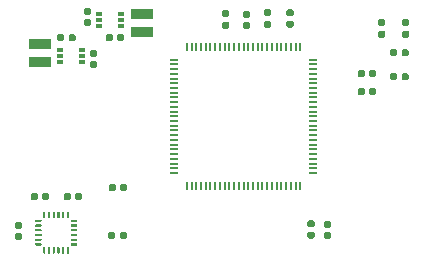
<source format=gtp>
G04 #@! TF.GenerationSoftware,KiCad,Pcbnew,(5.1.6)-1*
G04 #@! TF.CreationDate,2021-11-23T16:38:20-08:00*
G04 #@! TF.ProjectId,scum3c-devboard,7363756d-3363-42d6-9465-76626f617264,rev?*
G04 #@! TF.SameCoordinates,Original*
G04 #@! TF.FileFunction,Paste,Top*
G04 #@! TF.FilePolarity,Positive*
%FSLAX46Y46*%
G04 Gerber Fmt 4.6, Leading zero omitted, Abs format (unit mm)*
G04 Created by KiCad (PCBNEW (5.1.6)-1) date 2021-11-23 16:38:20*
%MOMM*%
%LPD*%
G01*
G04 APERTURE LIST*
%ADD10R,1.900000X0.850000*%
%ADD11R,0.500000X0.300000*%
%ADD12O,0.200000X0.800000*%
%ADD13O,0.800000X0.200000*%
G04 APERTURE END LIST*
G04 #@! TO.C,C_1.8_OUT1*
G36*
G01*
X81321000Y-61803500D02*
X81321000Y-62148500D01*
G75*
G02*
X81173500Y-62296000I-147500J0D01*
G01*
X80878500Y-62296000D01*
G75*
G02*
X80731000Y-62148500I0J147500D01*
G01*
X80731000Y-61803500D01*
G75*
G02*
X80878500Y-61656000I147500J0D01*
G01*
X81173500Y-61656000D01*
G75*
G02*
X81321000Y-61803500I0J-147500D01*
G01*
G37*
G36*
G01*
X82291000Y-61803500D02*
X82291000Y-62148500D01*
G75*
G02*
X82143500Y-62296000I-147500J0D01*
G01*
X81848500Y-62296000D01*
G75*
G02*
X81701000Y-62148500I0J147500D01*
G01*
X81701000Y-61803500D01*
G75*
G02*
X81848500Y-61656000I147500J0D01*
G01*
X82143500Y-61656000D01*
G75*
G02*
X82291000Y-61803500I0J-147500D01*
G01*
G37*
G04 #@! TD*
D10*
G04 #@! TO.C,L2*
X87884000Y-60018000D03*
X87884000Y-61468000D03*
G04 #@! TD*
G04 #@! TO.C,L1*
X79248000Y-64008000D03*
X79248000Y-62558000D03*
G04 #@! TD*
G04 #@! TO.C,C_1.1_OUT1*
G36*
G01*
X85811000Y-62148500D02*
X85811000Y-61803500D01*
G75*
G02*
X85958500Y-61656000I147500J0D01*
G01*
X86253500Y-61656000D01*
G75*
G02*
X86401000Y-61803500I0J-147500D01*
G01*
X86401000Y-62148500D01*
G75*
G02*
X86253500Y-62296000I-147500J0D01*
G01*
X85958500Y-62296000D01*
G75*
G02*
X85811000Y-62148500I0J147500D01*
G01*
G37*
G36*
G01*
X84841000Y-62148500D02*
X84841000Y-61803500D01*
G75*
G02*
X84988500Y-61656000I147500J0D01*
G01*
X85283500Y-61656000D01*
G75*
G02*
X85431000Y-61803500I0J-147500D01*
G01*
X85431000Y-62148500D01*
G75*
G02*
X85283500Y-62296000I-147500J0D01*
G01*
X84988500Y-62296000D01*
G75*
G02*
X84841000Y-62148500I0J147500D01*
G01*
G37*
G04 #@! TD*
G04 #@! TO.C,R4*
G36*
G01*
X96601500Y-60665000D02*
X96946500Y-60665000D01*
G75*
G02*
X97094000Y-60812500I0J-147500D01*
G01*
X97094000Y-61107500D01*
G75*
G02*
X96946500Y-61255000I-147500J0D01*
G01*
X96601500Y-61255000D01*
G75*
G02*
X96454000Y-61107500I0J147500D01*
G01*
X96454000Y-60812500D01*
G75*
G02*
X96601500Y-60665000I147500J0D01*
G01*
G37*
G36*
G01*
X96601500Y-59695000D02*
X96946500Y-59695000D01*
G75*
G02*
X97094000Y-59842500I0J-147500D01*
G01*
X97094000Y-60137500D01*
G75*
G02*
X96946500Y-60285000I-147500J0D01*
G01*
X96601500Y-60285000D01*
G75*
G02*
X96454000Y-60137500I0J147500D01*
G01*
X96454000Y-59842500D01*
G75*
G02*
X96601500Y-59695000I147500J0D01*
G01*
G37*
G04 #@! TD*
D11*
G04 #@! TO.C,U3*
X84306000Y-60960000D03*
X84306000Y-60460000D03*
X84306000Y-59960000D03*
X86106000Y-59960000D03*
X86106000Y-60460000D03*
X86106000Y-60960000D03*
G04 #@! TD*
G04 #@! TO.C,U2*
X82804000Y-63008000D03*
X82804000Y-63508000D03*
X82804000Y-64008000D03*
X81004000Y-64008000D03*
X81004000Y-63508000D03*
X81004000Y-63008000D03*
G04 #@! TD*
G04 #@! TO.C,R3*
G36*
G01*
X109895000Y-65450500D02*
X109895000Y-65105500D01*
G75*
G02*
X110042500Y-64958000I147500J0D01*
G01*
X110337500Y-64958000D01*
G75*
G02*
X110485000Y-65105500I0J-147500D01*
G01*
X110485000Y-65450500D01*
G75*
G02*
X110337500Y-65598000I-147500J0D01*
G01*
X110042500Y-65598000D01*
G75*
G02*
X109895000Y-65450500I0J147500D01*
G01*
G37*
G36*
G01*
X108925000Y-65450500D02*
X108925000Y-65105500D01*
G75*
G02*
X109072500Y-64958000I147500J0D01*
G01*
X109367500Y-64958000D01*
G75*
G02*
X109515000Y-65105500I0J-147500D01*
G01*
X109515000Y-65450500D01*
G75*
G02*
X109367500Y-65598000I-147500J0D01*
G01*
X109072500Y-65598000D01*
G75*
G02*
X108925000Y-65450500I0J147500D01*
G01*
G37*
G04 #@! TD*
G04 #@! TO.C,R2*
G36*
G01*
X109515000Y-63073500D02*
X109515000Y-63418500D01*
G75*
G02*
X109367500Y-63566000I-147500J0D01*
G01*
X109072500Y-63566000D01*
G75*
G02*
X108925000Y-63418500I0J147500D01*
G01*
X108925000Y-63073500D01*
G75*
G02*
X109072500Y-62926000I147500J0D01*
G01*
X109367500Y-62926000D01*
G75*
G02*
X109515000Y-63073500I0J-147500D01*
G01*
G37*
G36*
G01*
X110485000Y-63073500D02*
X110485000Y-63418500D01*
G75*
G02*
X110337500Y-63566000I-147500J0D01*
G01*
X110042500Y-63566000D01*
G75*
G02*
X109895000Y-63418500I0J147500D01*
G01*
X109895000Y-63073500D01*
G75*
G02*
X110042500Y-62926000I147500J0D01*
G01*
X110337500Y-62926000D01*
G75*
G02*
X110485000Y-63073500I0J-147500D01*
G01*
G37*
G04 #@! TD*
G04 #@! TO.C,C_1.1_IN1*
G36*
G01*
X83484500Y-60031000D02*
X83139500Y-60031000D01*
G75*
G02*
X82992000Y-59883500I0J147500D01*
G01*
X82992000Y-59588500D01*
G75*
G02*
X83139500Y-59441000I147500J0D01*
G01*
X83484500Y-59441000D01*
G75*
G02*
X83632000Y-59588500I0J-147500D01*
G01*
X83632000Y-59883500D01*
G75*
G02*
X83484500Y-60031000I-147500J0D01*
G01*
G37*
G36*
G01*
X83484500Y-61001000D02*
X83139500Y-61001000D01*
G75*
G02*
X82992000Y-60853500I0J147500D01*
G01*
X82992000Y-60558500D01*
G75*
G02*
X83139500Y-60411000I147500J0D01*
G01*
X83484500Y-60411000D01*
G75*
G02*
X83632000Y-60558500I0J-147500D01*
G01*
X83632000Y-60853500D01*
G75*
G02*
X83484500Y-61001000I-147500J0D01*
G01*
G37*
G04 #@! TD*
G04 #@! TO.C,C_1.8_IN1*
G36*
G01*
X83647500Y-63967000D02*
X83992500Y-63967000D01*
G75*
G02*
X84140000Y-64114500I0J-147500D01*
G01*
X84140000Y-64409500D01*
G75*
G02*
X83992500Y-64557000I-147500J0D01*
G01*
X83647500Y-64557000D01*
G75*
G02*
X83500000Y-64409500I0J147500D01*
G01*
X83500000Y-64114500D01*
G75*
G02*
X83647500Y-63967000I147500J0D01*
G01*
G37*
G36*
G01*
X83647500Y-62997000D02*
X83992500Y-62997000D01*
G75*
G02*
X84140000Y-63144500I0J-147500D01*
G01*
X84140000Y-63439500D01*
G75*
G02*
X83992500Y-63587000I-147500J0D01*
G01*
X83647500Y-63587000D01*
G75*
G02*
X83500000Y-63439500I0J147500D01*
G01*
X83500000Y-63144500D01*
G75*
G02*
X83647500Y-62997000I147500J0D01*
G01*
G37*
G04 #@! TD*
G04 #@! TO.C,R1*
G36*
G01*
X107147000Y-65196500D02*
X107147000Y-64851500D01*
G75*
G02*
X107294500Y-64704000I147500J0D01*
G01*
X107589500Y-64704000D01*
G75*
G02*
X107737000Y-64851500I0J-147500D01*
G01*
X107737000Y-65196500D01*
G75*
G02*
X107589500Y-65344000I-147500J0D01*
G01*
X107294500Y-65344000D01*
G75*
G02*
X107147000Y-65196500I0J147500D01*
G01*
G37*
G36*
G01*
X106177000Y-65196500D02*
X106177000Y-64851500D01*
G75*
G02*
X106324500Y-64704000I147500J0D01*
G01*
X106619500Y-64704000D01*
G75*
G02*
X106767000Y-64851500I0J-147500D01*
G01*
X106767000Y-65196500D01*
G75*
G02*
X106619500Y-65344000I-147500J0D01*
G01*
X106324500Y-65344000D01*
G75*
G02*
X106177000Y-65196500I0J147500D01*
G01*
G37*
G04 #@! TD*
G04 #@! TO.C,C13*
G36*
G01*
X100629500Y-60158000D02*
X100284500Y-60158000D01*
G75*
G02*
X100137000Y-60010500I0J147500D01*
G01*
X100137000Y-59715500D01*
G75*
G02*
X100284500Y-59568000I147500J0D01*
G01*
X100629500Y-59568000D01*
G75*
G02*
X100777000Y-59715500I0J-147500D01*
G01*
X100777000Y-60010500D01*
G75*
G02*
X100629500Y-60158000I-147500J0D01*
G01*
G37*
G36*
G01*
X100629500Y-61128000D02*
X100284500Y-61128000D01*
G75*
G02*
X100137000Y-60980500I0J147500D01*
G01*
X100137000Y-60685500D01*
G75*
G02*
X100284500Y-60538000I147500J0D01*
G01*
X100629500Y-60538000D01*
G75*
G02*
X100777000Y-60685500I0J-147500D01*
G01*
X100777000Y-60980500D01*
G75*
G02*
X100629500Y-61128000I-147500J0D01*
G01*
G37*
G04 #@! TD*
G04 #@! TO.C,C12*
G36*
G01*
X98724500Y-60158000D02*
X98379500Y-60158000D01*
G75*
G02*
X98232000Y-60010500I0J147500D01*
G01*
X98232000Y-59715500D01*
G75*
G02*
X98379500Y-59568000I147500J0D01*
G01*
X98724500Y-59568000D01*
G75*
G02*
X98872000Y-59715500I0J-147500D01*
G01*
X98872000Y-60010500D01*
G75*
G02*
X98724500Y-60158000I-147500J0D01*
G01*
G37*
G36*
G01*
X98724500Y-61128000D02*
X98379500Y-61128000D01*
G75*
G02*
X98232000Y-60980500I0J147500D01*
G01*
X98232000Y-60685500D01*
G75*
G02*
X98379500Y-60538000I147500J0D01*
G01*
X98724500Y-60538000D01*
G75*
G02*
X98872000Y-60685500I0J-147500D01*
G01*
X98872000Y-60980500D01*
G75*
G02*
X98724500Y-61128000I-147500J0D01*
G01*
G37*
G04 #@! TD*
G04 #@! TO.C,C11*
G36*
G01*
X106767000Y-66375500D02*
X106767000Y-66720500D01*
G75*
G02*
X106619500Y-66868000I-147500J0D01*
G01*
X106324500Y-66868000D01*
G75*
G02*
X106177000Y-66720500I0J147500D01*
G01*
X106177000Y-66375500D01*
G75*
G02*
X106324500Y-66228000I147500J0D01*
G01*
X106619500Y-66228000D01*
G75*
G02*
X106767000Y-66375500I0J-147500D01*
G01*
G37*
G36*
G01*
X107737000Y-66375500D02*
X107737000Y-66720500D01*
G75*
G02*
X107589500Y-66868000I-147500J0D01*
G01*
X107294500Y-66868000D01*
G75*
G02*
X107147000Y-66720500I0J147500D01*
G01*
X107147000Y-66375500D01*
G75*
G02*
X107294500Y-66228000I147500J0D01*
G01*
X107589500Y-66228000D01*
G75*
G02*
X107737000Y-66375500I0J-147500D01*
G01*
G37*
G04 #@! TD*
G04 #@! TO.C,C10*
G36*
G01*
X95168500Y-60239000D02*
X94823500Y-60239000D01*
G75*
G02*
X94676000Y-60091500I0J147500D01*
G01*
X94676000Y-59796500D01*
G75*
G02*
X94823500Y-59649000I147500J0D01*
G01*
X95168500Y-59649000D01*
G75*
G02*
X95316000Y-59796500I0J-147500D01*
G01*
X95316000Y-60091500D01*
G75*
G02*
X95168500Y-60239000I-147500J0D01*
G01*
G37*
G36*
G01*
X95168500Y-61209000D02*
X94823500Y-61209000D01*
G75*
G02*
X94676000Y-61061500I0J147500D01*
G01*
X94676000Y-60766500D01*
G75*
G02*
X94823500Y-60619000I147500J0D01*
G01*
X95168500Y-60619000D01*
G75*
G02*
X95316000Y-60766500I0J-147500D01*
G01*
X95316000Y-61061500D01*
G75*
G02*
X95168500Y-61209000I-147500J0D01*
G01*
G37*
G04 #@! TD*
G04 #@! TO.C,C9*
G36*
G01*
X103459500Y-78445000D02*
X103804500Y-78445000D01*
G75*
G02*
X103952000Y-78592500I0J-147500D01*
G01*
X103952000Y-78887500D01*
G75*
G02*
X103804500Y-79035000I-147500J0D01*
G01*
X103459500Y-79035000D01*
G75*
G02*
X103312000Y-78887500I0J147500D01*
G01*
X103312000Y-78592500D01*
G75*
G02*
X103459500Y-78445000I147500J0D01*
G01*
G37*
G36*
G01*
X103459500Y-77475000D02*
X103804500Y-77475000D01*
G75*
G02*
X103952000Y-77622500I0J-147500D01*
G01*
X103952000Y-77917500D01*
G75*
G02*
X103804500Y-78065000I-147500J0D01*
G01*
X103459500Y-78065000D01*
G75*
G02*
X103312000Y-77917500I0J147500D01*
G01*
X103312000Y-77622500D01*
G75*
G02*
X103459500Y-77475000I147500J0D01*
G01*
G37*
G04 #@! TD*
G04 #@! TO.C,C8*
G36*
G01*
X102062500Y-78399000D02*
X102407500Y-78399000D01*
G75*
G02*
X102555000Y-78546500I0J-147500D01*
G01*
X102555000Y-78841500D01*
G75*
G02*
X102407500Y-78989000I-147500J0D01*
G01*
X102062500Y-78989000D01*
G75*
G02*
X101915000Y-78841500I0J147500D01*
G01*
X101915000Y-78546500D01*
G75*
G02*
X102062500Y-78399000I147500J0D01*
G01*
G37*
G36*
G01*
X102062500Y-77429000D02*
X102407500Y-77429000D01*
G75*
G02*
X102555000Y-77576500I0J-147500D01*
G01*
X102555000Y-77871500D01*
G75*
G02*
X102407500Y-78019000I-147500J0D01*
G01*
X102062500Y-78019000D01*
G75*
G02*
X101915000Y-77871500I0J147500D01*
G01*
X101915000Y-77576500D01*
G75*
G02*
X102062500Y-77429000I147500J0D01*
G01*
G37*
G04 #@! TD*
G04 #@! TO.C,C7*
G36*
G01*
X108031500Y-61381000D02*
X108376500Y-61381000D01*
G75*
G02*
X108524000Y-61528500I0J-147500D01*
G01*
X108524000Y-61823500D01*
G75*
G02*
X108376500Y-61971000I-147500J0D01*
G01*
X108031500Y-61971000D01*
G75*
G02*
X107884000Y-61823500I0J147500D01*
G01*
X107884000Y-61528500D01*
G75*
G02*
X108031500Y-61381000I147500J0D01*
G01*
G37*
G36*
G01*
X108031500Y-60411000D02*
X108376500Y-60411000D01*
G75*
G02*
X108524000Y-60558500I0J-147500D01*
G01*
X108524000Y-60853500D01*
G75*
G02*
X108376500Y-61001000I-147500J0D01*
G01*
X108031500Y-61001000D01*
G75*
G02*
X107884000Y-60853500I0J147500D01*
G01*
X107884000Y-60558500D01*
G75*
G02*
X108031500Y-60411000I147500J0D01*
G01*
G37*
G04 #@! TD*
G04 #@! TO.C,C6*
G36*
G01*
X110063500Y-61381000D02*
X110408500Y-61381000D01*
G75*
G02*
X110556000Y-61528500I0J-147500D01*
G01*
X110556000Y-61823500D01*
G75*
G02*
X110408500Y-61971000I-147500J0D01*
G01*
X110063500Y-61971000D01*
G75*
G02*
X109916000Y-61823500I0J147500D01*
G01*
X109916000Y-61528500D01*
G75*
G02*
X110063500Y-61381000I147500J0D01*
G01*
G37*
G36*
G01*
X110063500Y-60411000D02*
X110408500Y-60411000D01*
G75*
G02*
X110556000Y-60558500I0J-147500D01*
G01*
X110556000Y-60853500D01*
G75*
G02*
X110408500Y-61001000I-147500J0D01*
G01*
X110063500Y-61001000D01*
G75*
G02*
X109916000Y-60853500I0J147500D01*
G01*
X109916000Y-60558500D01*
G75*
G02*
X110063500Y-60411000I147500J0D01*
G01*
G37*
G04 #@! TD*
G04 #@! TO.C,C5*
G36*
G01*
X85685000Y-74503500D02*
X85685000Y-74848500D01*
G75*
G02*
X85537500Y-74996000I-147500J0D01*
G01*
X85242500Y-74996000D01*
G75*
G02*
X85095000Y-74848500I0J147500D01*
G01*
X85095000Y-74503500D01*
G75*
G02*
X85242500Y-74356000I147500J0D01*
G01*
X85537500Y-74356000D01*
G75*
G02*
X85685000Y-74503500I0J-147500D01*
G01*
G37*
G36*
G01*
X86655000Y-74503500D02*
X86655000Y-74848500D01*
G75*
G02*
X86507500Y-74996000I-147500J0D01*
G01*
X86212500Y-74996000D01*
G75*
G02*
X86065000Y-74848500I0J147500D01*
G01*
X86065000Y-74503500D01*
G75*
G02*
X86212500Y-74356000I147500J0D01*
G01*
X86507500Y-74356000D01*
G75*
G02*
X86655000Y-74503500I0J-147500D01*
G01*
G37*
G04 #@! TD*
G04 #@! TO.C,C4*
G36*
G01*
X85662000Y-78567500D02*
X85662000Y-78912500D01*
G75*
G02*
X85514500Y-79060000I-147500J0D01*
G01*
X85219500Y-79060000D01*
G75*
G02*
X85072000Y-78912500I0J147500D01*
G01*
X85072000Y-78567500D01*
G75*
G02*
X85219500Y-78420000I147500J0D01*
G01*
X85514500Y-78420000D01*
G75*
G02*
X85662000Y-78567500I0J-147500D01*
G01*
G37*
G36*
G01*
X86632000Y-78567500D02*
X86632000Y-78912500D01*
G75*
G02*
X86484500Y-79060000I-147500J0D01*
G01*
X86189500Y-79060000D01*
G75*
G02*
X86042000Y-78912500I0J147500D01*
G01*
X86042000Y-78567500D01*
G75*
G02*
X86189500Y-78420000I147500J0D01*
G01*
X86484500Y-78420000D01*
G75*
G02*
X86632000Y-78567500I0J-147500D01*
G01*
G37*
G04 #@! TD*
D12*
G04 #@! TO.C,U1*
X91720000Y-62738000D03*
X92120000Y-62738000D03*
X92520000Y-62738000D03*
X92920000Y-62738000D03*
X93320000Y-62738000D03*
X93720000Y-62738000D03*
X94120000Y-62738000D03*
X94520000Y-62738000D03*
X94920000Y-62738000D03*
X95320000Y-62738000D03*
X95720000Y-62738000D03*
X96120000Y-62738000D03*
X96520000Y-62738000D03*
X96920000Y-62738000D03*
X97320000Y-62738000D03*
X97720000Y-62738000D03*
X98120000Y-62738000D03*
X98520000Y-62738000D03*
X98920000Y-62738000D03*
X99320000Y-62738000D03*
X99720000Y-62738000D03*
X100120000Y-62738000D03*
X100520000Y-62738000D03*
X100920000Y-62738000D03*
X101320000Y-62738000D03*
D13*
X102420000Y-63838000D03*
X102420000Y-64238000D03*
X102420000Y-64638000D03*
X102420000Y-65038000D03*
X102420000Y-65438000D03*
X102420000Y-65838000D03*
X102420000Y-66238000D03*
X102420000Y-66638000D03*
X102420000Y-67038000D03*
X102420000Y-67438000D03*
X102420000Y-67838000D03*
X102420000Y-68238000D03*
X102420000Y-68638000D03*
X102420000Y-69038000D03*
X102420000Y-69438000D03*
X102420000Y-69838000D03*
X102420000Y-70238000D03*
X102420000Y-70638000D03*
X102420000Y-71038000D03*
X102420000Y-71438000D03*
X102420000Y-71838000D03*
X102420000Y-72238000D03*
X102420000Y-72638000D03*
X102420000Y-73038000D03*
X102420000Y-73438000D03*
D12*
X101320000Y-74538000D03*
X100920000Y-74538000D03*
X100520000Y-74538000D03*
X100120000Y-74538000D03*
X99720000Y-74538000D03*
X99320000Y-74538000D03*
X98920000Y-74538000D03*
X98520000Y-74538000D03*
X98120000Y-74538000D03*
X97720000Y-74538000D03*
X97320000Y-74538000D03*
X96920000Y-74538000D03*
X96520000Y-74538000D03*
X96120000Y-74538000D03*
X95720000Y-74538000D03*
X95320000Y-74538000D03*
X94920000Y-74538000D03*
X94520000Y-74538000D03*
X94120000Y-74538000D03*
X93720000Y-74538000D03*
X93320000Y-74538000D03*
X92920000Y-74538000D03*
X92520000Y-74538000D03*
X92120000Y-74538000D03*
X91720000Y-74538000D03*
D13*
X90620000Y-73438000D03*
X90620000Y-73038000D03*
X90620000Y-72638000D03*
X90620000Y-72238000D03*
X90620000Y-71838000D03*
X90620000Y-71438000D03*
X90620000Y-71038000D03*
X90620000Y-70638000D03*
X90620000Y-70238000D03*
X90620000Y-69838000D03*
X90620000Y-69438000D03*
X90620000Y-69038000D03*
X90620000Y-68638000D03*
X90620000Y-68238000D03*
X90620000Y-67838000D03*
X90620000Y-67438000D03*
X90620000Y-67038000D03*
X90620000Y-66638000D03*
X90620000Y-66238000D03*
X90620000Y-65838000D03*
X90620000Y-65438000D03*
X90620000Y-65038000D03*
X90620000Y-64638000D03*
X90620000Y-64238000D03*
X90620000Y-63838000D03*
G04 #@! TD*
G04 #@! TO.C,C3*
G36*
G01*
X80051000Y-75265500D02*
X80051000Y-75610500D01*
G75*
G02*
X79903500Y-75758000I-147500J0D01*
G01*
X79608500Y-75758000D01*
G75*
G02*
X79461000Y-75610500I0J147500D01*
G01*
X79461000Y-75265500D01*
G75*
G02*
X79608500Y-75118000I147500J0D01*
G01*
X79903500Y-75118000D01*
G75*
G02*
X80051000Y-75265500I0J-147500D01*
G01*
G37*
G36*
G01*
X79081000Y-75265500D02*
X79081000Y-75610500D01*
G75*
G02*
X78933500Y-75758000I-147500J0D01*
G01*
X78638500Y-75758000D01*
G75*
G02*
X78491000Y-75610500I0J147500D01*
G01*
X78491000Y-75265500D01*
G75*
G02*
X78638500Y-75118000I147500J0D01*
G01*
X78933500Y-75118000D01*
G75*
G02*
X79081000Y-75265500I0J-147500D01*
G01*
G37*
G04 #@! TD*
G04 #@! TO.C,C2*
G36*
G01*
X77297500Y-77556000D02*
X77642500Y-77556000D01*
G75*
G02*
X77790000Y-77703500I0J-147500D01*
G01*
X77790000Y-77998500D01*
G75*
G02*
X77642500Y-78146000I-147500J0D01*
G01*
X77297500Y-78146000D01*
G75*
G02*
X77150000Y-77998500I0J147500D01*
G01*
X77150000Y-77703500D01*
G75*
G02*
X77297500Y-77556000I147500J0D01*
G01*
G37*
G36*
G01*
X77297500Y-78526000D02*
X77642500Y-78526000D01*
G75*
G02*
X77790000Y-78673500I0J-147500D01*
G01*
X77790000Y-78968500D01*
G75*
G02*
X77642500Y-79116000I-147500J0D01*
G01*
X77297500Y-79116000D01*
G75*
G02*
X77150000Y-78968500I0J147500D01*
G01*
X77150000Y-78673500D01*
G75*
G02*
X77297500Y-78526000I147500J0D01*
G01*
G37*
G04 #@! TD*
G04 #@! TO.C,C1*
G36*
G01*
X81285000Y-75610500D02*
X81285000Y-75265500D01*
G75*
G02*
X81432500Y-75118000I147500J0D01*
G01*
X81727500Y-75118000D01*
G75*
G02*
X81875000Y-75265500I0J-147500D01*
G01*
X81875000Y-75610500D01*
G75*
G02*
X81727500Y-75758000I-147500J0D01*
G01*
X81432500Y-75758000D01*
G75*
G02*
X81285000Y-75610500I0J147500D01*
G01*
G37*
G36*
G01*
X82255000Y-75610500D02*
X82255000Y-75265500D01*
G75*
G02*
X82402500Y-75118000I147500J0D01*
G01*
X82697500Y-75118000D01*
G75*
G02*
X82845000Y-75265500I0J-147500D01*
G01*
X82845000Y-75610500D01*
G75*
G02*
X82697500Y-75758000I-147500J0D01*
G01*
X82402500Y-75758000D01*
G75*
G02*
X82255000Y-75610500I0J147500D01*
G01*
G37*
G04 #@! TD*
G04 #@! TO.C,U9AB1*
G36*
G01*
X82420000Y-79436000D02*
X82420000Y-79536000D01*
G75*
G02*
X82370000Y-79586000I-50000J0D01*
G01*
X81920000Y-79586000D01*
G75*
G02*
X81870000Y-79536000I0J50000D01*
G01*
X81870000Y-79436000D01*
G75*
G02*
X81920000Y-79386000I50000J0D01*
G01*
X82370000Y-79386000D01*
G75*
G02*
X82420000Y-79436000I0J-50000D01*
G01*
G37*
G36*
G01*
X82420000Y-79036000D02*
X82420000Y-79136000D01*
G75*
G02*
X82370000Y-79186000I-50000J0D01*
G01*
X81920000Y-79186000D01*
G75*
G02*
X81870000Y-79136000I0J50000D01*
G01*
X81870000Y-79036000D01*
G75*
G02*
X81920000Y-78986000I50000J0D01*
G01*
X82370000Y-78986000D01*
G75*
G02*
X82420000Y-79036000I0J-50000D01*
G01*
G37*
G36*
G01*
X82420000Y-78636000D02*
X82420000Y-78736000D01*
G75*
G02*
X82370000Y-78786000I-50000J0D01*
G01*
X81920000Y-78786000D01*
G75*
G02*
X81870000Y-78736000I0J50000D01*
G01*
X81870000Y-78636000D01*
G75*
G02*
X81920000Y-78586000I50000J0D01*
G01*
X82370000Y-78586000D01*
G75*
G02*
X82420000Y-78636000I0J-50000D01*
G01*
G37*
G36*
G01*
X82420000Y-78236000D02*
X82420000Y-78336000D01*
G75*
G02*
X82370000Y-78386000I-50000J0D01*
G01*
X81920000Y-78386000D01*
G75*
G02*
X81870000Y-78336000I0J50000D01*
G01*
X81870000Y-78236000D01*
G75*
G02*
X81920000Y-78186000I50000J0D01*
G01*
X82370000Y-78186000D01*
G75*
G02*
X82420000Y-78236000I0J-50000D01*
G01*
G37*
G36*
G01*
X82420000Y-77836000D02*
X82420000Y-77936000D01*
G75*
G02*
X82370000Y-77986000I-50000J0D01*
G01*
X81920000Y-77986000D01*
G75*
G02*
X81870000Y-77936000I0J50000D01*
G01*
X81870000Y-77836000D01*
G75*
G02*
X81920000Y-77786000I50000J0D01*
G01*
X82370000Y-77786000D01*
G75*
G02*
X82420000Y-77836000I0J-50000D01*
G01*
G37*
G36*
G01*
X82420000Y-77436000D02*
X82420000Y-77536000D01*
G75*
G02*
X82370000Y-77586000I-50000J0D01*
G01*
X81920000Y-77586000D01*
G75*
G02*
X81870000Y-77536000I0J50000D01*
G01*
X81870000Y-77436000D01*
G75*
G02*
X81920000Y-77386000I50000J0D01*
G01*
X82370000Y-77386000D01*
G75*
G02*
X82420000Y-77436000I0J-50000D01*
G01*
G37*
G36*
G01*
X81595000Y-76711000D02*
X81695000Y-76711000D01*
G75*
G02*
X81745000Y-76761000I0J-50000D01*
G01*
X81745000Y-77211000D01*
G75*
G02*
X81695000Y-77261000I-50000J0D01*
G01*
X81595000Y-77261000D01*
G75*
G02*
X81545000Y-77211000I0J50000D01*
G01*
X81545000Y-76761000D01*
G75*
G02*
X81595000Y-76711000I50000J0D01*
G01*
G37*
G36*
G01*
X81195000Y-76711000D02*
X81295000Y-76711000D01*
G75*
G02*
X81345000Y-76761000I0J-50000D01*
G01*
X81345000Y-77211000D01*
G75*
G02*
X81295000Y-77261000I-50000J0D01*
G01*
X81195000Y-77261000D01*
G75*
G02*
X81145000Y-77211000I0J50000D01*
G01*
X81145000Y-76761000D01*
G75*
G02*
X81195000Y-76711000I50000J0D01*
G01*
G37*
G36*
G01*
X80795000Y-76711000D02*
X80895000Y-76711000D01*
G75*
G02*
X80945000Y-76761000I0J-50000D01*
G01*
X80945000Y-77211000D01*
G75*
G02*
X80895000Y-77261000I-50000J0D01*
G01*
X80795000Y-77261000D01*
G75*
G02*
X80745000Y-77211000I0J50000D01*
G01*
X80745000Y-76761000D01*
G75*
G02*
X80795000Y-76711000I50000J0D01*
G01*
G37*
G36*
G01*
X80395000Y-76711000D02*
X80495000Y-76711000D01*
G75*
G02*
X80545000Y-76761000I0J-50000D01*
G01*
X80545000Y-77211000D01*
G75*
G02*
X80495000Y-77261000I-50000J0D01*
G01*
X80395000Y-77261000D01*
G75*
G02*
X80345000Y-77211000I0J50000D01*
G01*
X80345000Y-76761000D01*
G75*
G02*
X80395000Y-76711000I50000J0D01*
G01*
G37*
G36*
G01*
X79995000Y-76711000D02*
X80095000Y-76711000D01*
G75*
G02*
X80145000Y-76761000I0J-50000D01*
G01*
X80145000Y-77211000D01*
G75*
G02*
X80095000Y-77261000I-50000J0D01*
G01*
X79995000Y-77261000D01*
G75*
G02*
X79945000Y-77211000I0J50000D01*
G01*
X79945000Y-76761000D01*
G75*
G02*
X79995000Y-76711000I50000J0D01*
G01*
G37*
G36*
G01*
X79595000Y-76711000D02*
X79695000Y-76711000D01*
G75*
G02*
X79745000Y-76761000I0J-50000D01*
G01*
X79745000Y-77211000D01*
G75*
G02*
X79695000Y-77261000I-50000J0D01*
G01*
X79595000Y-77261000D01*
G75*
G02*
X79545000Y-77211000I0J50000D01*
G01*
X79545000Y-76761000D01*
G75*
G02*
X79595000Y-76711000I50000J0D01*
G01*
G37*
G36*
G01*
X79420000Y-77436000D02*
X79420000Y-77536000D01*
G75*
G02*
X79370000Y-77586000I-50000J0D01*
G01*
X78920000Y-77586000D01*
G75*
G02*
X78870000Y-77536000I0J50000D01*
G01*
X78870000Y-77436000D01*
G75*
G02*
X78920000Y-77386000I50000J0D01*
G01*
X79370000Y-77386000D01*
G75*
G02*
X79420000Y-77436000I0J-50000D01*
G01*
G37*
G36*
G01*
X79420000Y-77836000D02*
X79420000Y-77936000D01*
G75*
G02*
X79370000Y-77986000I-50000J0D01*
G01*
X78920000Y-77986000D01*
G75*
G02*
X78870000Y-77936000I0J50000D01*
G01*
X78870000Y-77836000D01*
G75*
G02*
X78920000Y-77786000I50000J0D01*
G01*
X79370000Y-77786000D01*
G75*
G02*
X79420000Y-77836000I0J-50000D01*
G01*
G37*
G36*
G01*
X79420000Y-78236000D02*
X79420000Y-78336000D01*
G75*
G02*
X79370000Y-78386000I-50000J0D01*
G01*
X78920000Y-78386000D01*
G75*
G02*
X78870000Y-78336000I0J50000D01*
G01*
X78870000Y-78236000D01*
G75*
G02*
X78920000Y-78186000I50000J0D01*
G01*
X79370000Y-78186000D01*
G75*
G02*
X79420000Y-78236000I0J-50000D01*
G01*
G37*
G36*
G01*
X79420000Y-78636000D02*
X79420000Y-78736000D01*
G75*
G02*
X79370000Y-78786000I-50000J0D01*
G01*
X78920000Y-78786000D01*
G75*
G02*
X78870000Y-78736000I0J50000D01*
G01*
X78870000Y-78636000D01*
G75*
G02*
X78920000Y-78586000I50000J0D01*
G01*
X79370000Y-78586000D01*
G75*
G02*
X79420000Y-78636000I0J-50000D01*
G01*
G37*
G36*
G01*
X79420000Y-79036000D02*
X79420000Y-79136000D01*
G75*
G02*
X79370000Y-79186000I-50000J0D01*
G01*
X78920000Y-79186000D01*
G75*
G02*
X78870000Y-79136000I0J50000D01*
G01*
X78870000Y-79036000D01*
G75*
G02*
X78920000Y-78986000I50000J0D01*
G01*
X79370000Y-78986000D01*
G75*
G02*
X79420000Y-79036000I0J-50000D01*
G01*
G37*
G36*
G01*
X79420000Y-79436000D02*
X79420000Y-79536000D01*
G75*
G02*
X79370000Y-79586000I-50000J0D01*
G01*
X78920000Y-79586000D01*
G75*
G02*
X78870000Y-79536000I0J50000D01*
G01*
X78870000Y-79436000D01*
G75*
G02*
X78920000Y-79386000I50000J0D01*
G01*
X79370000Y-79386000D01*
G75*
G02*
X79420000Y-79436000I0J-50000D01*
G01*
G37*
G36*
G01*
X79595000Y-79711000D02*
X79695000Y-79711000D01*
G75*
G02*
X79745000Y-79761000I0J-50000D01*
G01*
X79745000Y-80211000D01*
G75*
G02*
X79695000Y-80261000I-50000J0D01*
G01*
X79595000Y-80261000D01*
G75*
G02*
X79545000Y-80211000I0J50000D01*
G01*
X79545000Y-79761000D01*
G75*
G02*
X79595000Y-79711000I50000J0D01*
G01*
G37*
G36*
G01*
X79995000Y-79711000D02*
X80095000Y-79711000D01*
G75*
G02*
X80145000Y-79761000I0J-50000D01*
G01*
X80145000Y-80211000D01*
G75*
G02*
X80095000Y-80261000I-50000J0D01*
G01*
X79995000Y-80261000D01*
G75*
G02*
X79945000Y-80211000I0J50000D01*
G01*
X79945000Y-79761000D01*
G75*
G02*
X79995000Y-79711000I50000J0D01*
G01*
G37*
G36*
G01*
X80395000Y-79711000D02*
X80495000Y-79711000D01*
G75*
G02*
X80545000Y-79761000I0J-50000D01*
G01*
X80545000Y-80211000D01*
G75*
G02*
X80495000Y-80261000I-50000J0D01*
G01*
X80395000Y-80261000D01*
G75*
G02*
X80345000Y-80211000I0J50000D01*
G01*
X80345000Y-79761000D01*
G75*
G02*
X80395000Y-79711000I50000J0D01*
G01*
G37*
G36*
G01*
X80795000Y-79711000D02*
X80895000Y-79711000D01*
G75*
G02*
X80945000Y-79761000I0J-50000D01*
G01*
X80945000Y-80211000D01*
G75*
G02*
X80895000Y-80261000I-50000J0D01*
G01*
X80795000Y-80261000D01*
G75*
G02*
X80745000Y-80211000I0J50000D01*
G01*
X80745000Y-79761000D01*
G75*
G02*
X80795000Y-79711000I50000J0D01*
G01*
G37*
G36*
G01*
X81195000Y-79711000D02*
X81295000Y-79711000D01*
G75*
G02*
X81345000Y-79761000I0J-50000D01*
G01*
X81345000Y-80211000D01*
G75*
G02*
X81295000Y-80261000I-50000J0D01*
G01*
X81195000Y-80261000D01*
G75*
G02*
X81145000Y-80211000I0J50000D01*
G01*
X81145000Y-79761000D01*
G75*
G02*
X81195000Y-79711000I50000J0D01*
G01*
G37*
G36*
G01*
X81595000Y-79711000D02*
X81695000Y-79711000D01*
G75*
G02*
X81745000Y-79761000I0J-50000D01*
G01*
X81745000Y-80211000D01*
G75*
G02*
X81695000Y-80261000I-50000J0D01*
G01*
X81595000Y-80261000D01*
G75*
G02*
X81545000Y-80211000I0J50000D01*
G01*
X81545000Y-79761000D01*
G75*
G02*
X81595000Y-79711000I50000J0D01*
G01*
G37*
G04 #@! TD*
M02*

</source>
